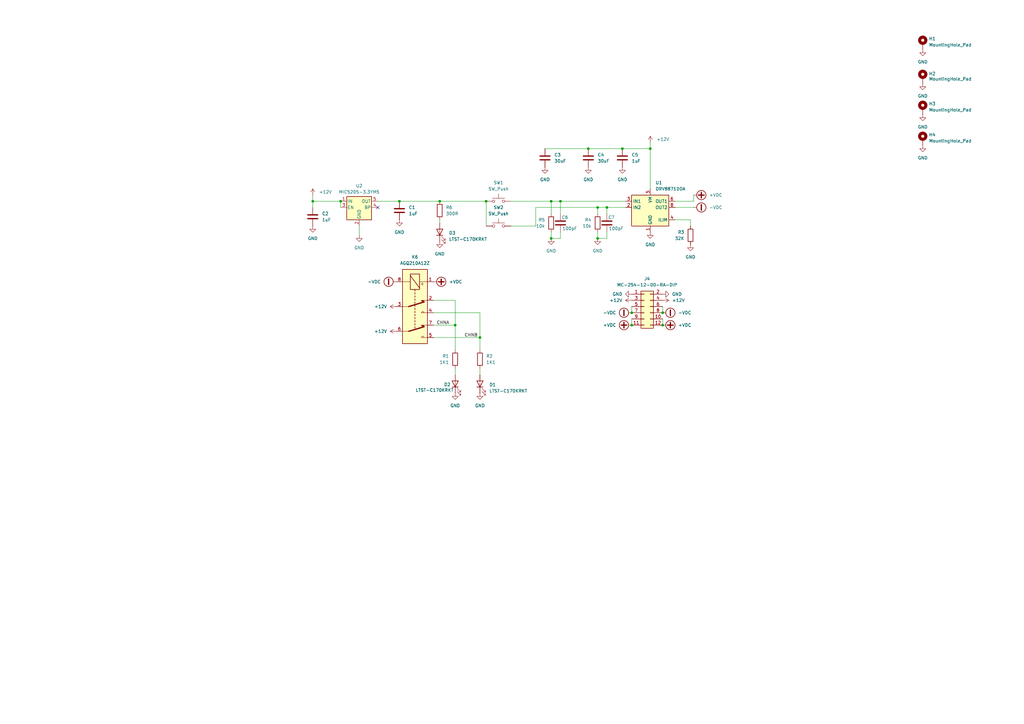
<source format=kicad_sch>
(kicad_sch (version 20250114) (generator "eeschema") (generator_version "9.0")
  (paper "A3")
  (title_block (title "SPI-MUX") (date "2023-02-06") (rev "1.0.1") (company "NMBU-Mina") (comment 1 "F.N.Beilegaard"))
  (lib_symbols
    (symbol "Connector_Generic:Conn_02x06_Odd_Even" (pin_names (offset 1.016) (hide yes))
      (property "Reference" "J" (at 1.27 7.62 0))
      (property "Value" "Conn_02x06_Odd_Even" (at 1.27 -10.16 0))
      (symbol "Conn_02x06_Odd_Even_1_1"
        (rectangle (start -1.27 6.35) (end 3.81 -8.89) (stroke (width 0.254)) (fill (type background)))
        (rectangle (start -1.27 5.207) (end 0 4.953) (stroke (width 0.1524)))
        (rectangle (start -1.27 2.667) (end 0 2.413) (stroke (width 0.1524)))
        (rectangle (start -1.27 0.127) (end 0 -0.127) (stroke (width 0.1524)))
        (rectangle (start -1.27 -2.413) (end 0 -2.667) (stroke (width 0.1524)))
        (rectangle (start -1.27 -4.953) (end 0 -5.207) (stroke (width 0.1524)))
        (rectangle (start -1.27 -7.493) (end 0 -7.747) (stroke (width 0.1524)))
        (rectangle (start 3.81 5.207) (end 2.54 4.953) (stroke (width 0.1524)))
        (rectangle (start 3.81 2.667) (end 2.54 2.413) (stroke (width 0.1524)))
        (rectangle (start 3.81 0.127) (end 2.54 -0.127) (stroke (width 0.1524)))
        (rectangle (start 3.81 -2.413) (end 2.54 -2.667) (stroke (width 0.1524)))
        (rectangle (start 3.81 -4.953) (end 2.54 -5.207) (stroke (width 0.1524)))
        (rectangle (start 3.81 -7.493) (end 2.54 -7.747) (stroke (width 0.1524)))
        (pin passive line (at -5.08 5.08 0) (length 3.81) (name "Pin_1") (number "1"))
        (pin passive line (at -5.08 2.54 0) (length 3.81) (name "Pin_3") (number "3"))
        (pin passive line (at -5.08 0 0) (length 3.81) (name "Pin_5") (number "5"))
        (pin passive line (at -5.08 -2.54 0) (length 3.81) (name "Pin_7") (number "7"))
        (pin passive line (at -5.08 -5.08 0) (length 3.81) (name "Pin_9") (number "9"))
        (pin passive line (at -5.08 -7.62 0) (length 3.81) (name "Pin_11") (number "11"))
        (pin passive line (at 7.62 5.08 180) (length 3.81) (name "Pin_2") (number "2"))
        (pin passive line (at 7.62 2.54 180) (length 3.81) (name "Pin_4") (number "4"))
        (pin passive line (at 7.62 0 180) (length 3.81) (name "Pin_6") (number "6"))
        (pin passive line (at 7.62 -2.54 180) (length 3.81) (name "Pin_8") (number "8"))
        (pin passive line (at 7.62 -5.08 180) (length 3.81) (name "Pin_10") (number "10"))
        (pin passive line (at 7.62 -7.62 180) (length 3.81) (name "Pin_12") (number "12"))
      )
    )
    (symbol "Device:C" (pin_numbers (hide yes)) (pin_names (offset 0.254))
      (property "Reference" "C" (at 0.635 2.54 0))
      (property "Value" "C" (at 0.635 -2.54 0))
      (symbol "C_0_1"
        (polyline (pts (xy -2.032 0.762) (xy 2.032 0.762)) (stroke (width 0.508)))
        (polyline (pts (xy -2.032 -0.762) (xy 2.032 -0.762)) (stroke (width 0.508)))
      )
      (symbol "C_1_1"
        (pin passive line (at 0 3.81 270) (length 2.794) (name "~") (number "1"))
        (pin passive line (at 0 -3.81 90) (length 2.794) (name "~") (number "2"))
      )
    )
    (symbol "Device:LED" (pin_numbers (hide yes)) (pin_names (offset 1.016) (hide yes))
      (property "Reference" "D" (at 0 2.54 0))
      (property "Value" "LED" (at 0 -2.54 0))
      (symbol "LED_0_1"
        (polyline (pts (xy -3.048 -0.762) (xy -4.572 -2.286) (xy -3.81 -2.286) (xy -4.572 -2.286) (xy -4.572 -1.524)))
        (polyline (pts (xy -1.778 -0.762) (xy -3.302 -2.286) (xy -2.54 -2.286) (xy -3.302 -2.286) (xy -3.302 -1.524)))
        (polyline (pts (xy -1.27 0) (xy 1.27 0)))
        (polyline (pts (xy -1.27 -1.27) (xy -1.27 1.27)) (stroke (width 0.254)))
        (polyline (pts (xy 1.27 -1.27) (xy 1.27 1.27) (xy -1.27 0) (xy 1.27 -1.27)) (stroke (width 0.254)))
      )
      (symbol "LED_1_1"
        (pin passive line (at -3.81 0 0) (length 2.54) (name "K") (number "1"))
        (pin passive line (at 3.81 0 180) (length 2.54) (name "A") (number "2"))
      )
    )
    (symbol "Device:R" (pin_numbers (hide yes)) (pin_names (offset 0))
      (property "Reference" "R" (at 2.032 0 90))
      (property "Value" "R" (at 0 0 90))
      (symbol "R_0_1"
        (rectangle (start -1.016 -2.54) (end 1.016 2.54) (stroke (width 0.254)))
      )
      (symbol "R_1_1"
        (pin passive line (at 0 3.81 270) (length 1.27) (name "~") (number "1"))
        (pin passive line (at 0 -3.81 90) (length 1.27) (name "~") (number "2"))
      )
    )
    (symbol "Driver_Motor:DRV8871DDA"
      (property "Reference" "U" (at -6.35 6.35 0))
      (property "Value" "DRV8871DDA" (at 8.89 6.35 0))
      (symbol "DRV8871DDA_0_1"
        (rectangle (start -7.62 5.08) (end 7.62 -7.62) (stroke (width 0.254)) (fill (type background)))
      )
      (symbol "DRV8871DDA_1_1"
        (pin input line (at -10.16 2.54 0) (length 2.54) (name "IN1") (number "3"))
        (pin input line (at -10.16 0 0) (length 2.54) (name "IN2") (number "2"))
        (pin power_in line (at 0 7.62 270) (length 2.54) (name "VM") (number "5"))
        (pin power_in line (at 0 -10.16 90) (length 2.54) (name "GND") (number "1"))
        (pin passive line (at 0 -10.16 90) (length 2.54) (hide yes) (name "GND") (number "7"))
        (pin passive line (at 0 -10.16 90) (length 2.54) (hide yes) (name "GND") (number "9"))
        (pin output line (at 10.16 2.54 180) (length 2.54) (name "OUT1") (number "6"))
        (pin output line (at 10.16 0 180) (length 2.54) (name "OUT2") (number "8"))
        (pin passive line (at 10.16 -5.08 180) (length 2.54) (name "ILIM") (number "4"))
      )
    )
    (symbol "Mechanical:MountingHole_Pad" (pin_numbers (hide yes)) (pin_names (offset 1.016) (hide yes))
      (property "Reference" "H" (at 0 6.35 0))
      (property "Value" "MountingHole_Pad" (at 0 4.445 0))
      (symbol "MountingHole_Pad_0_1"
        (circle (center 0 1.27) (radius 1.27) (stroke (width 1.27)))
      )
      (symbol "MountingHole_Pad_1_1"
        (pin input line (at 0 -2.54 90) (length 2.54) (name "1") (number "1"))
      )
    )
    (symbol "Regulator_Linear:MIC5205-3.3YM5" (pin_names (offset 0.254))
      (property "Reference" "U" (at -3.81 5.715 0))
      (property "Value" "MIC5205-3.3YM5" (at 0 5.715 0))
      (symbol "MIC5205-3.3YM5_0_1"
        (rectangle (start -5.08 4.445) (end 5.08 -5.08) (stroke (width 0.254)) (fill (type background)))
      )
      (symbol "MIC5205-3.3YM5_1_1"
        (pin power_in line (at -7.62 2.54 0) (length 2.54) (name "IN") (number "1"))
        (pin input line (at -7.62 0 0) (length 2.54) (name "EN") (number "3"))
        (pin power_in line (at 0 -7.62 90) (length 2.54) (name "GND") (number "2"))
        (pin power_out line (at 7.62 2.54 180) (length 2.54) (name "OUT") (number "5"))
        (pin input line (at 7.62 0 180) (length 2.54) (name "BP") (number "4"))
      )
    )
    (symbol "Switch:SW_Push" (pin_numbers (hide yes)) (pin_names (offset 1.016) (hide yes))
      (property "Reference" "SW" (at 1.27 2.54 0))
      (property "Value" "SW_Push" (at 0 -1.524 0))
      (symbol "SW_Push_0_1"
        (circle (center -2.032 0) (radius 0.508))
        (polyline (pts (xy 0 1.27) (xy 0 3.048)))
        (circle (center 2.032 0) (radius 0.508))
        (polyline (pts (xy 2.54 1.27) (xy -2.54 1.27)))
        (pin passive line (at -5.08 0 0) (length 2.54) (name "1") (number "1"))
        (pin passive line (at 5.08 0 180) (length 2.54) (name "2") (number "2"))
      )
    )
    (symbol "muxlib:AGQ200S12Z"
      (property "Reference" "K" (at 15.24 8.89 0))
      (property "Value" "AGQ200S12Z" (at 19.05 6.35 0))
      (symbol "AGQ200S12Z_1_1"
        (rectangle (start -15.24 5.08) (end 15.24 -5.08) (stroke (width 0.254)) (fill (type background)))
        (rectangle (start -13.335 1.905) (end -6.985 -1.905) (stroke (width 0.254)))
        (polyline (pts (xy -12.7 -1.905) (xy -7.62 1.905)) (stroke (width 0.254)))
        (polyline (pts (xy -10.16 5.08) (xy -10.16 1.905)))
        (polyline (pts (xy -10.16 -5.08) (xy -10.16 -1.905)))
        (polyline (pts (xy -6.985 0) (xy -6.35 0)) (stroke (width 0.254)))
        (polyline (pts (xy -5.715 0) (xy -5.08 0)) (stroke (width 0.254)))
        (polyline (pts (xy -4.445 0) (xy -3.81 0)) (stroke (width 0.254)))
        (polyline (pts (xy -3.175 0) (xy -2.54 0)) (stroke (width 0.254)))
        (polyline (pts (xy -2.54 5.08) (xy -2.54 2.54) (xy -1.905 3.175) (xy -2.54 3.81)) (fill (type outline)))
        (polyline (pts (xy -1.905 0) (xy -1.27 0)) (stroke (width 0.254)))
        (polyline (pts (xy -0.635 0) (xy 0 0)) (stroke (width 0.254)))
        (polyline (pts (xy 0 -2.54) (xy -1.905 3.81)) (stroke (width 0.508)))
        (polyline (pts (xy 0 -2.54) (xy 0 -5.08)))
        (polyline (pts (xy 0.635 0) (xy 1.27 0)) (stroke (width 0.254)))
        (polyline (pts (xy 1.905 0) (xy 2.54 0)) (stroke (width 0.254)))
        (polyline (pts (xy 2.54 5.08) (xy 2.54 2.54) (xy 1.905 3.175) (xy 2.54 3.81)))
        (polyline (pts (xy 3.175 0) (xy 3.81 0)) (stroke (width 0.254)))
        (polyline (pts (xy 4.445 0) (xy 5.08 0)) (stroke (width 0.254)))
        (polyline (pts (xy 5.715 0) (xy 6.35 0)) (stroke (width 0.254)))
        (polyline (pts (xy 6.985 0) (xy 7.62 0)) (stroke (width 0.254)))
        (polyline (pts (xy 7.62 5.08) (xy 7.62 2.54) (xy 8.255 3.175) (xy 7.62 3.81)) (fill (type outline)))
        (polyline (pts (xy 8.255 0) (xy 8.89 0)) (stroke (width 0.254)))
        (polyline (pts (xy 10.16 -2.54) (xy 8.255 3.81)) (stroke (width 0.508)))
        (polyline (pts (xy 10.16 -2.54) (xy 10.16 -5.08)))
        (polyline (pts (xy 12.7 5.08) (xy 12.7 2.54) (xy 12.065 3.175) (xy 12.7 3.81)))
        (text "+" (at -9.271 2.921 0) (effects (font (size 1.27 1.27))))
        (pin passive line (at -10.16 7.62 270) (length 2.54) (name "~") (number "1"))
        (pin passive line (at -10.16 -7.62 90) (length 2.54) (name "~") (number "8"))
        (pin passive line (at -2.54 7.62 270) (length 2.54) (name "~") (number "2"))
        (pin passive line (at 0 -7.62 90) (length 2.54) (name "~") (number "3"))
        (pin passive line (at 2.54 7.62 270) (length 2.54) (name "~") (number "4"))
        (pin passive line (at 7.62 7.62 270) (length 2.54) (name "~") (number "7"))
        (pin passive line (at 10.16 -7.62 90) (length 2.54) (name "~") (number "6"))
        (pin passive line (at 12.7 7.62 270) (length 2.54) (name "~") (number "5"))
      )
    )
    (symbol "power:+12V" (power) (pin_numbers (hide yes)) (pin_names (offset 0) (hide yes))
      (property "Value" "+12V" (at 0 3.556 0))
      (symbol "+12V_0_1"
        (polyline (pts (xy -0.762 1.27) (xy 0 2.54)))
        (polyline (pts (xy 0 2.54) (xy 0.762 1.27)))
        (polyline (pts (xy 0 0) (xy 0 2.54)))
      )
      (symbol "+12V_1_1"
        (pin power_in line (at 0 0 90) (length 0) (name "~") (number "1"))
      )
    )
    (symbol "power:+VDC" (power) (pin_numbers (hide yes)) (pin_names (offset 0) (hide yes))
      (property "Value" "+VDC" (at 0 6.35 0))
      (symbol "+VDC_0_1"
        (polyline (pts (xy -1.143 3.175) (xy 1.143 3.175)) (stroke (width 0.508)))
        (circle (center 0 3.175) (radius 1.905) (stroke (width 0.254)))
        (polyline (pts (xy 0 2.032) (xy 0 4.318)) (stroke (width 0.508)))
        (polyline (pts (xy 0 0) (xy 0 1.27)))
      )
      (symbol "+VDC_1_1"
        (pin power_in line (at 0 0 90) (length 0) (name "~") (number "1"))
      )
    )
    (symbol "power:-VDC" (power) (pin_numbers (hide yes)) (pin_names (offset 0) (hide yes))
      (property "Value" "-VDC" (at 0 6.35 0))
      (symbol "-VDC_0_1"
        (polyline (pts (xy -1.143 3.175) (xy 1.143 3.175)) (stroke (width 0.508)))
        (circle (center 0 3.175) (radius 1.905) (stroke (width 0.254)))
        (polyline (pts (xy 0 0) (xy 0 1.27)))
      )
      (symbol "-VDC_1_1"
        (pin power_in line (at 0 0 90) (length 0) (name "~") (number "1"))
      )
    )
    (symbol "power:GND" (power) (pin_numbers (hide yes)) (pin_names (offset 0) (hide yes))
      (property "Value" "GND" (at 0 -3.81 0))
      (symbol "GND_0_1"
        (polyline (pts (xy 0 0) (xy 0 -1.27) (xy 1.27 -1.27) (xy 0 -2.54) (xy -1.27 -1.27) (xy 0 -1.27)))
      )
      (symbol "GND_1_1"
        (pin power_in line (at 0 0 270) (length 0) (name "~") (number "1"))
      )
    )
  )
  (junction (at 196.85 138.43))
  (junction (at 139.7 82.55))
  (junction (at 259.08 133.35))
  (junction (at 245.11 97.79))
  (junction (at 241.3 60.96))
  (junction (at 199.39 82.55))
  (junction (at 271.78 128.27))
  (junction (at 248.92 85.09))
  (junction (at 229.87 82.55))
  (junction (at 255.27 60.96))
  (junction (at 266.7 60.96))
  (junction (at 180.34 82.55))
  (junction (at 226.06 82.55))
  (junction (at 245.11 85.09))
  (junction (at 259.08 128.27))
  (junction (at 186.69 133.35))
  (junction (at 271.78 133.35))
  (junction (at 128.27 82.55))
  (junction (at 163.83 82.55))
  (junction (at 226.06 97.79))
  (no_connect (at 154.94 85.09))
  (wire (pts (xy 177.8 133.35) (xy 186.69 133.35)))
  (wire (pts (xy 180.34 82.55) (xy 199.39 82.55)))
  (wire (pts (xy 241.3 60.96) (xy 255.27 60.96)))
  (wire (pts (xy 139.7 82.55) (xy 139.7 85.09)))
  (wire (pts (xy 180.34 90.17) (xy 180.34 91.44)))
  (wire (pts (xy 186.69 123.19) (xy 186.69 133.35)))
  (wire (pts (xy 226.06 97.79) (xy 226.06 95.25)))
  (wire (pts (xy 245.11 97.79) (xy 248.92 97.79)))
  (wire (pts (xy 266.7 58.42) (xy 266.7 60.96)))
  (wire (pts (xy 163.83 82.55) (xy 180.34 82.55)))
  (wire (pts (xy 196.85 138.43) (xy 196.85 143.51)))
  (wire (pts (xy 245.11 95.25) (xy 245.11 97.79)))
  (wire (pts (xy 255.27 60.96) (xy 266.7 60.96)))
  (wire (pts (xy 256.54 85.09) (xy 248.92 85.09)))
  (wire (pts (xy 219.71 92.71) (xy 219.71 85.09)))
  (wire (pts (xy 209.55 82.55) (xy 226.06 82.55)))
  (wire (pts (xy 226.06 97.79) (xy 229.87 97.79)))
  (wire (pts (xy 229.87 82.55) (xy 229.87 87.63)))
  (wire (pts (xy 177.8 128.27) (xy 196.85 128.27)))
  (wire (pts (xy 248.92 85.09) (xy 245.11 85.09)))
  (wire (pts (xy 128.27 80.01) (xy 128.27 82.55)))
  (wire (pts (xy 177.8 123.19) (xy 186.69 123.19)))
  (wire (pts (xy 229.87 95.25) (xy 229.87 97.79)))
  (wire (pts (xy 245.11 85.09) (xy 245.11 87.63)))
  (wire (pts (xy 276.86 82.55) (xy 284.48 82.55)))
  (wire (pts (xy 284.48 82.55) (xy 284.48 80.01)))
  (wire (pts (xy 128.27 85.09) (xy 128.27 82.55)))
  (wire (pts (xy 209.55 92.71) (xy 219.71 92.71)))
  (wire (pts (xy 226.06 82.55) (xy 229.87 82.55)))
  (wire (pts (xy 248.92 85.09) (xy 248.92 87.63)))
  (wire (pts (xy 147.32 96.52) (xy 147.32 92.71)))
  (wire (pts (xy 219.71 85.09) (xy 245.11 85.09)))
  (wire (pts (xy 199.39 82.55) (xy 199.39 92.71)))
  (wire (pts (xy 276.86 90.17) (xy 283.21 90.17)))
  (wire (pts (xy 196.85 128.27) (xy 196.85 138.43)))
  (wire (pts (xy 248.92 95.25) (xy 248.92 97.79)))
  (wire (pts (xy 186.69 151.13) (xy 186.69 153.67)))
  (wire (pts (xy 229.87 82.55) (xy 256.54 82.55)))
  (wire (pts (xy 177.8 138.43) (xy 196.85 138.43)))
  (wire (pts (xy 266.7 60.96) (xy 266.7 77.47)))
  (wire (pts (xy 259.08 128.27) (xy 259.08 125.73)))
  (wire (pts (xy 128.27 82.55) (xy 139.7 82.55)))
  (wire (pts (xy 226.06 82.55) (xy 226.06 87.63)))
  (wire (pts (xy 276.86 85.09) (xy 284.48 85.09)))
  (wire (pts (xy 196.85 151.13) (xy 196.85 153.67)))
  (wire (pts (xy 283.21 90.17) (xy 283.21 92.71)))
  (wire (pts (xy 186.69 133.35) (xy 186.69 143.51)))
  (wire (pts (xy 271.78 133.35) (xy 271.78 130.81)))
  (wire (pts (xy 154.94 82.55) (xy 163.83 82.55)))
  (wire (pts (xy 259.08 133.35) (xy 259.08 130.81)))
  (wire (pts (xy 223.52 60.96) (xy 241.3 60.96)))
  (wire (pts (xy 271.78 128.27) (xy 271.78 125.73)))
  (label "CHNB" (at 190.5 138.43 0))
  (label "CHNA" (at 179.07 133.35 0))
  (symbol (lib_id "Connector_Generic:Conn_02x06_Odd_Even") (at 264.16 125.73 0) (unit 1)
    (property "Reference" "J4" (at 265.43 114.3 0))
    (property "Value" "MC-254-12-00-RA-DIP" (at 265.43 116.84 0))
    (property "Footprint" "Connector_IDC:IDC-Header_2x06_P2.54mm_Horizontal" (effects (hide yes)))
    (property "Description" "Generic connector, double row, 02x06, odd/even pin numbering scheme (row 1 odd numbers, row 2 even numbers), script generated (kicad-library-utils/schlib/autogen/connector/)" (effects (hide yes)))
  )
  (symbol (lib_id "Regulator_Linear:MIC5205-3.3YM5") (at 147.32 85.09 0) (unit 1)
    (property "Reference" "U2" (at 147.32 76.2 0))
    (property "Value" "MIC5205-3.3YM5" (at 147.32 78.74 0))
    (property "Footprint" "Package_TO_SOT_SMD:SOT-23-5" (effects (hide yes)))
    (property "Datasheet" "http://ww1.microchip.com/downloads/en/DeviceDoc/20005785A.pdf" (effects (hide yes)))
    (property "Description" "150mA low dropout linear regulator, fixed 3.3V output, SOT-23-5" (effects (hide yes)))
  )
  (symbol (lib_id "power:-VDC") (at 162.56 115.57 90) (unit 1)
    (property "Reference" "#PWR010" (effects (hide yes)))
    (property "Value" "-VDC" (at 156.21 115.5699 90) (effects (justify left)))
    (property "Description" "Power symbol creates a global label with name \"-VDC\"" (effects (hide yes)))
  )
  (symbol (lib_id "power:GND") (at 283.21 100.33 0) (mirror y) (unit 1)
    (property "Reference" "#PWR02" (effects (hide yes)))
    (property "Value" "GND" (at 283.21 105.41 0))
    (property "Description" "Power symbol creates a global label with name \"GND\" , ground" (effects (hide yes)))
  )
  (symbol (lib_id "power:-VDC") (at 284.48 85.09 270) (unit 1)
    (property "Reference" "#PWR01" (effects (hide yes)))
    (property "Value" "-VDC" (at 290.83 85.0899 90) (effects (justify left)))
    (property "Description" "Power symbol creates a global label with name \"-VDC\"" (effects (hide yes)))
  )
  (symbol (lib_id "power:+VDC") (at 259.08 133.35 90) (mirror x) (unit 1)
    (property "Reference" "#PWR023" (effects (hide yes)))
    (property "Value" "+VDC" (at 252.73 133.3501 90) (effects (justify left)))
    (property "Description" "Power symbol creates a global label with name \"+VDC\"" (effects (hide yes)))
  )
  (symbol (lib_id "Device:LED") (at 196.85 157.48 90) (unit 1)
    (property "Reference" "D1" (at 200.66 157.7974 90) (effects (justify right)))
    (property "Value" "LTST-C170KRKT" (at 200.66 160.3374 90) (effects (justify right)))
    (property "Footprint" "LED_SMD:LED_0805_2012Metric" (effects (hide yes)))
    (property "Description" "Light emitting diode" (effects (hide yes)))
    (property "Sim.Pins" "1=K 2=A" (effects (hide yes)))
  )
  (symbol (lib_id "power:+12V") (at 266.7 58.42 0) (mirror y) (unit 1)
    (property "Reference" "#PWR05" (effects (hide yes)))
    (property "Value" "+12V" (at 269.24 57.1499 0) (effects (justify right)))
    (property "Description" "Power symbol creates a global label with name \"+12V\"" (effects (hide yes)))
  )
  (symbol (lib_id "power:GND") (at 378.46 59.69 0) (mirror y) (unit 1)
    (property "Reference" "#PWR036" (effects (hide yes)))
    (property "Value" "GND" (at 378.46 64.77 0))
    (property "Description" "Power symbol creates a global label with name \"GND\" , ground" (effects (hide yes)))
  )
  (symbol (lib_id "muxlib:AGQ200S12Z") (at 170.18 125.73 270) (unit 1)
    (property "Reference" "K6" (at 170.18 105.41 90))
    (property "Value" "AGQ210A12Z" (at 170.18 107.95 90))
    (property "Footprint" "muxlib_footprints:Relay_2P2T_10x6mm_TE_IMxxG" (effects (hide yes)))
    (property "Datasheet" "https://media.digikey.com/pdf/Data%20Sheets/Panasonic%20Electric%20Works%20PDFs/AGQ_(GQ)_Relays.pdf" (effects (hide yes)))
  )
  (symbol (lib_id "power:+12V") (at 162.56 125.73 90) (mirror x) (unit 1)
    (property "Reference" "#PWR032" (effects (hide yes)))
    (property "Value" "+12V" (at 158.75 125.7301 90) (effects (justify left)))
    (property "Description" "Power symbol creates a global label with name \"+12V\"" (effects (hide yes)))
  )
  (symbol (lib_id "power:GND") (at 196.85 161.29 0) (mirror y) (unit 1)
    (property "Reference" "#PWR029" (effects (hide yes)))
    (property "Value" "GND" (at 196.85 166.37 0))
    (property "Description" "Power symbol creates a global label with name \"GND\" , ground" (effects (hide yes)))
  )
  (symbol (lib_id "Device:C") (at 229.87 91.44 0) (unit 1)
    (property "Reference" "C6" (at 230.378 89.154 0) (effects (justify left)))
    (property "Value" "100pF" (at 230.632 93.726 0) (effects (justify left)))
    (property "Description" "Unpolarized capacitor" (effects (hide yes)))
  )
  (symbol (lib_id "power:GND") (at 147.32 96.52 0) (mirror y) (unit 1)
    (property "Reference" "#PWR08" (effects (hide yes)))
    (property "Value" "GND" (at 147.32 101.6 0))
    (property "Description" "Power symbol creates a global label with name \"GND\" , ground" (effects (hide yes)))
  )
  (symbol (lib_id "Mechanical:MountingHole_Pad") (at 378.46 44.45 0) (unit 1) (in_bom no)
    (property "Reference" "H3" (at 381 42.545 0) (effects (justify left)))
    (property "Value" "MountingHole_Pad" (at 381 45.085 0) (effects (justify left)))
    (property "Footprint" "MountingHole:MountingHole_3.2mm_M3_Pad_Via" (effects (hide yes)))
  )
  (symbol (lib_id "power:GND") (at 378.46 46.99 0) (mirror y) (unit 1)
    (property "Reference" "#PWR035" (effects (hide yes)))
    (property "Value" "GND" (at 378.46 52.07 0))
    (property "Description" "Power symbol creates a global label with name \"GND\" , ground" (effects (hide yes)))
  )
  (symbol (lib_id "Device:C") (at 163.83 86.36 0) (unit 1)
    (property "Reference" "C1" (at 167.64 85.0899 0) (effects (justify left)))
    (property "Value" "1uF" (at 167.64 87.6299 0) (effects (justify left)))
    (property "Description" "Unpolarized capacitor" (effects (hide yes)))
  )
  (symbol (lib_id "power:-VDC") (at 271.78 128.27 270) (mirror x) (unit 1)
    (property "Reference" "#PWR028" (effects (hide yes)))
    (property "Value" "-VDC" (at 278.13 128.2699 90) (effects (justify left)))
    (property "Description" "Power symbol creates a global label with name \"-VDC\"" (effects (hide yes)))
  )
  (symbol (lib_id "Device:R") (at 180.34 86.36 0) (unit 1)
    (property "Reference" "R6" (at 182.88 85.0899 0) (effects (justify left)))
    (property "Value" "300R" (at 182.88 87.6299 0) (effects (justify left)))
    (property "Footprint" "Resistor_SMD:R_0805_2012Metric" (effects (hide yes)))
    (property "Description" "Resistor" (effects (hide yes)))
  )
  (symbol (lib_id "power:GND") (at 128.27 92.71 0) (mirror y) (unit 1)
    (property "Reference" "#PWR011" (effects (hide yes)))
    (property "Value" "GND" (at 128.27 97.79 0))
    (property "Description" "Power symbol creates a global label with name \"GND\" , ground" (effects (hide yes)))
  )
  (symbol (lib_id "Device:C") (at 128.27 88.9 0) (unit 1)
    (property "Reference" "C2" (at 132.08 87.6299 0) (effects (justify left)))
    (property "Value" "1uF" (at 132.08 90.1699 0) (effects (justify left)))
    (property "Description" "Unpolarized capacitor" (effects (hide yes)))
  )
  (symbol (lib_id "power:GND") (at 186.69 161.29 0) (mirror y) (unit 1)
    (property "Reference" "#PWR031" (effects (hide yes)))
    (property "Value" "GND" (at 186.69 166.37 0))
    (property "Description" "Power symbol creates a global label with name \"GND\" , ground" (effects (hide yes)))
  )
  (symbol (lib_id "Mechanical:MountingHole_Pad") (at 378.46 31.75 0) (unit 1) (in_bom no)
    (property "Reference" "H2" (at 381 30.226 0) (effects (justify left)))
    (property "Value" "MountingHole_Pad" (at 381 32.385 0) (effects (justify left)))
    (property "Footprint" "MountingHole:MountingHole_3.2mm_M3_Pad_Via" (effects (hide yes)))
  )
  (symbol (lib_id "Device:R") (at 186.69 147.32 0) (mirror y) (unit 1)
    (property "Reference" "R1" (at 184.15 146.0499 0) (effects (justify left)))
    (property "Value" "1K1" (at 184.15 148.5899 0) (effects (justify left)))
    (property "Footprint" "Resistor_SMD:R_0805_2012Metric" (effects (hide yes)))
    (property "Description" "Resistor" (effects (hide yes)))
  )
  (symbol (lib_id "Device:C") (at 241.3 64.77 0) (unit 1)
    (property "Reference" "C4" (at 245.11 63.4999 0) (effects (justify left)))
    (property "Value" "30uF" (at 245.11 66.0399 0) (effects (justify left)))
    (property "Description" "Unpolarized capacitor" (effects (hide yes)))
  )
  (symbol (lib_id "Device:R") (at 245.11 91.44 0) (mirror y) (unit 1)
    (property "Reference" "R4" (at 242.57 90.1699 0) (effects (justify left)))
    (property "Value" "10k" (at 242.57 92.7099 0) (effects (justify left)))
    (property "Footprint" "Resistor_SMD:R_0805_2012Metric" (effects (hide yes)))
    (property "Description" "Resistor" (effects (hide yes)))
  )
  (symbol (lib_id "Device:C") (at 255.27 64.77 0) (unit 1)
    (property "Reference" "C5" (at 259.08 63.4999 0) (effects (justify left)))
    (property "Value" "1uF" (at 259.08 66.0399 0) (effects (justify left)))
    (property "Description" "Unpolarized capacitor" (effects (hide yes)))
  )
  (symbol (lib_id "power:GND") (at 226.06 97.79 0) (mirror y) (unit 1)
    (property "Reference" "#PWR07" (effects (hide yes)))
    (property "Value" "GND" (at 226.06 102.87 0))
    (property "Description" "Power symbol creates a global label with name \"GND\" , ground" (effects (hide yes)))
  )
  (symbol (lib_id "power:GND") (at 378.46 20.32 0) (mirror y) (unit 1)
    (property "Reference" "#PWR033" (effects (hide yes)))
    (property "Value" "GND" (at 378.46 25.4 0))
    (property "Description" "Power symbol creates a global label with name \"GND\" , ground" (effects (hide yes)))
  )
  (symbol (lib_id "power:GND") (at 255.27 68.58 0) (mirror y) (unit 1)
    (property "Reference" "#PWR016" (effects (hide yes)))
    (property "Value" "GND" (at 255.27 73.66 0))
    (property "Description" "Power symbol creates a global label with name \"GND\" , ground" (effects (hide yes)))
  )
  (symbol (lib_id "Switch:SW_Push") (at 204.47 92.71 0) (unit 1)
    (property "Reference" "SW2" (at 204.47 85.09 0))
    (property "Value" "SW_Push" (at 204.47 87.63 0))
    (property "Description" "Push button switch, generic, two pins" (effects (hide yes)))
  )
  (symbol (lib_id "Device:R") (at 283.21 96.52 0) (mirror y) (unit 1)
    (property "Reference" "R3" (at 280.67 95.2499 0) (effects (justify left)))
    (property "Value" "32K" (at 280.67 97.7899 0) (effects (justify left)))
    (property "Footprint" "Resistor_SMD:R_0805_2012Metric" (effects (hide yes)))
    (property "Description" "Resistor" (effects (hide yes)))
  )
  (symbol (lib_id "Device:LED") (at 180.34 95.25 90) (unit 1)
    (property "Reference" "D3" (at 184.15 95.5674 90) (effects (justify right)))
    (property "Value" "LTST-C170KRKT" (at 184.15 98.1074 90) (effects (justify right)))
    (property "Footprint" "LED_SMD:LED_0805_2012Metric" (effects (hide yes)))
    (property "Description" "Light emitting diode" (effects (hide yes)))
    (property "Sim.Pins" "1=K 2=A" (effects (hide yes)))
  )
  (symbol (lib_id "power:GND") (at 378.46 34.29 0) (mirror y) (unit 1)
    (property "Reference" "#PWR034" (effects (hide yes)))
    (property "Value" "GND" (at 378.46 39.37 0))
    (property "Description" "Power symbol creates a global label with name \"GND\" , ground" (effects (hide yes)))
  )
  (symbol (lib_id "power:+VDC") (at 284.48 80.01 270) (unit 1)
    (property "Reference" "#PWR03" (effects (hide yes)))
    (property "Value" "+VDC" (at 290.83 80.0099 90) (effects (justify left)))
    (property "Description" "Power symbol creates a global label with name \"+VDC\"" (effects (hide yes)))
  )
  (symbol (lib_id "power:+VDC") (at 271.78 133.35 270) (mirror x) (unit 1)
    (property "Reference" "#PWR027" (effects (hide yes)))
    (property "Value" "+VDC" (at 278.13 133.3501 90) (effects (justify left)))
    (property "Description" "Power symbol creates a global label with name \"+VDC\"" (effects (hide yes)))
  )
  (symbol (lib_id "Device:C") (at 248.92 91.44 0) (unit 1)
    (property "Reference" "C7" (at 249.428 89.154 0) (effects (justify left)))
    (property "Value" "100pF" (at 249.682 93.726 0) (effects (justify left)))
    (property "Description" "Unpolarized capacitor" (effects (hide yes)))
  )
  (symbol (lib_id "power:GND") (at 223.52 68.58 0) (mirror y) (unit 1)
    (property "Reference" "#PWR014" (effects (hide yes)))
    (property "Value" "GND" (at 223.52 73.66 0))
    (property "Description" "Power symbol creates a global label with name \"GND\" , ground" (effects (hide yes)))
  )
  (symbol (lib_id "power:GND") (at 180.34 99.06 0) (mirror y) (unit 1)
    (property "Reference" "#PWR017" (effects (hide yes)))
    (property "Value" "GND" (at 180.34 104.14 0))
    (property "Description" "Power symbol creates a global label with name \"GND\" , ground" (effects (hide yes)))
  )
  (symbol (lib_id "power:+12V") (at 162.56 135.89 90) (mirror x) (unit 1)
    (property "Reference" "#PWR030" (effects (hide yes)))
    (property "Value" "+12V" (at 158.75 135.8901 90) (effects (justify left)))
    (property "Description" "Power symbol creates a global label with name \"+12V\"" (effects (hide yes)))
  )
  (symbol (lib_id "Mechanical:MountingHole_Pad") (at 378.46 57.15 0) (unit 1) (in_bom no)
    (property "Reference" "H4" (at 381 55.245 0) (effects (justify left)))
    (property "Value" "MountingHole_Pad" (at 381 57.785 0) (effects (justify left)))
    (property "Footprint" "MountingHole:MountingHole_3.2mm_M3_Pad_Via" (effects (hide yes)))
  )
  (symbol (lib_id "power:GND") (at 163.83 90.17 0) (mirror y) (unit 1)
    (property "Reference" "#PWR09" (effects (hide yes)))
    (property "Value" "GND" (at 163.83 95.25 0))
    (property "Description" "Power symbol creates a global label with name \"GND\" , ground" (effects (hide yes)))
  )
  (symbol (lib_id "power:GND") (at 241.3 68.58 0) (mirror y) (unit 1)
    (property "Reference" "#PWR015" (effects (hide yes)))
    (property "Value" "GND" (at 241.3 73.66 0))
    (property "Description" "Power symbol creates a global label with name \"GND\" , ground" (effects (hide yes)))
  )
  (symbol (lib_id "power:+VDC") (at 177.8 115.57 270) (unit 1)
    (property "Reference" "#PWR012" (effects (hide yes)))
    (property "Value" "+VDC" (at 184.15 115.5699 90) (effects (justify left)))
    (property "Description" "Power symbol creates a global label with name \"+VDC\"" (effects (hide yes)))
  )
  (symbol (lib_id "Device:R") (at 226.06 91.44 0) (mirror y) (unit 1)
    (property "Reference" "R5" (at 223.52 90.1699 0) (effects (justify left)))
    (property "Value" "10k" (at 223.52 92.7099 0) (effects (justify left)))
    (property "Footprint" "Resistor_SMD:R_0805_2012Metric" (effects (hide yes)))
    (property "Description" "Resistor" (effects (hide yes)))
  )
  (symbol (lib_id "Switch:SW_Push") (at 204.47 82.55 0) (unit 1)
    (property "Reference" "SW1" (at 204.47 74.93 0))
    (property "Value" "SW_Push" (at 204.47 77.47 0))
    (property "Description" "Push button switch, generic, two pins" (effects (hide yes)))
  )
  (symbol (lib_id "power:GND") (at 271.78 120.65 90) (mirror x) (unit 1)
    (property "Reference" "#PWR025" (effects (hide yes)))
    (property "Value" "GND" (at 275.59 120.6499 90) (effects (justify right)))
    (property "Description" "Power symbol creates a global label with name \"GND\" , ground" (effects (hide yes)))
  )
  (symbol (lib_id "power:+12V") (at 271.78 123.19 270) (mirror x) (unit 1)
    (property "Reference" "#PWR026" (effects (hide yes)))
    (property "Value" "+12V" (at 275.59 123.1901 90) (effects (justify left)))
    (property "Description" "Power symbol creates a global label with name \"+12V\"" (effects (hide yes)))
  )
  (symbol (lib_id "Device:R") (at 196.85 147.32 0) (unit 1)
    (property "Reference" "R2" (at 199.39 146.0499 0) (effects (justify left)))
    (property "Value" "1K1" (at 199.39 148.5899 0) (effects (justify left)))
    (property "Footprint" "Resistor_SMD:R_0805_2012Metric" (effects (hide yes)))
    (property "Description" "Resistor" (effects (hide yes)))
  )
  (symbol (lib_id "Mechanical:MountingHole_Pad") (at 378.46 17.78 0) (unit 1) (in_bom no)
    (property "Reference" "H1" (at 381 15.875 0) (effects (justify left)))
    (property "Value" "MountingHole_Pad" (at 381 18.415 0) (effects (justify left)))
    (property "Footprint" "MountingHole:MountingHole_3.2mm_M3_Pad_Via" (effects (hide yes)))
  )
  (symbol (lib_id "power:GND") (at 245.11 97.79 0) (mirror y) (unit 1)
    (property "Reference" "#PWR06" (effects (hide yes)))
    (property "Value" "GND" (at 245.11 102.87 0))
    (property "Description" "Power symbol creates a global label with name \"GND\" , ground" (effects (hide yes)))
  )
  (symbol (lib_id "power:-VDC") (at 259.08 128.27 90) (mirror x) (unit 1)
    (property "Reference" "#PWR024" (effects (hide yes)))
    (property "Value" "-VDC" (at 252.73 128.2701 90) (effects (justify left)))
    (property "Description" "Power symbol creates a global label with name \"-VDC\"" (effects (hide yes)))
  )
  (symbol (lib_id "power:+12V") (at 128.27 80.01 0) (mirror y) (unit 1)
    (property "Reference" "#PWR013" (effects (hide yes)))
    (property "Value" "+12V" (at 130.81 78.7399 0) (effects (justify right)))
    (property "Description" "Power symbol creates a global label with name \"+12V\"" (effects (hide yes)))
  )
  (symbol (lib_id "power:GND") (at 266.7 95.25 0) (mirror y) (unit 1)
    (property "Reference" "#PWR04" (effects (hide yes)))
    (property "Value" "GND" (at 266.7 100.33 0))
    (property "Description" "Power symbol creates a global label with name \"GND\" , ground" (effects (hide yes)))
  )
  (symbol (lib_id "power:GND") (at 259.08 120.65 270) (mirror x) (unit 1)
    (property "Reference" "#PWR021" (effects (hide yes)))
    (property "Value" "GND" (at 255.27 120.6499 90) (effects (justify right)))
    (property "Description" "Power symbol creates a global label with name \"GND\" , ground" (effects (hide yes)))
  )
  (symbol (lib_id "power:+12V") (at 259.08 123.19 90) (mirror x) (unit 1)
    (property "Reference" "#PWR022" (effects (hide yes)))
    (property "Value" "+12V" (at 255.27 123.1901 90) (effects (justify left)))
    (property "Description" "Power symbol creates a global label with name \"+12V\"" (effects (hide yes)))
  )
  (symbol (lib_id "Driver_Motor:DRV8871DDA") (at 266.7 85.09 0) (unit 1)
    (property "Reference" "U1" (at 268.8433 74.93 0) (effects (justify left)))
    (property "Value" "DRV8871DDA" (at 268.8433 77.47 0) (effects (justify left)))
    (property "Footprint" "Package_SO:Texas_HTSOP-8-1EP_3.9x4.9mm_P1.27mm_EP2.95x4.9mm_Mask2.4x3.1mm_ThermalVias" (effects (hide yes)))
    (property "Datasheet" "http://www.ti.com/lit/ds/symlink/drv8871.pdf" (effects (hide yes)))
    (property "Description" "Brushed DC Motor Driver, PWM Control, 45V, 3.6A, Current limiting, HTSOP-8" (effects (hide yes)))
  )
  (symbol (lib_id "Device:C") (at 223.52 64.77 0) (unit 1)
    (property "Reference" "C3" (at 227.33 63.4999 0) (effects (justify left)))
    (property "Value" "30uF" (at 227.33 66.0399 0) (effects (justify left)))
    (property "Description" "Unpolarized capacitor" (effects (hide yes)))
  )
  (symbol (lib_id "Device:LED") (at 186.69 157.48 90) (unit 1)
    (property "Reference" "D2" (at 182.118 157.734 90) (effects (justify right)))
    (property "Value" "LTST-C170KRKT" (at 170.434 160.02 90) (effects (justify right)))
    (property "Footprint" "LED_SMD:LED_0805_2012Metric" (effects (hide yes)))
    (property "Description" "Light emitting diode" (effects (hide yes)))
    (property "Sim.Pins" "1=K 2=A" (effects (hide yes)))
  )
)
</source>
